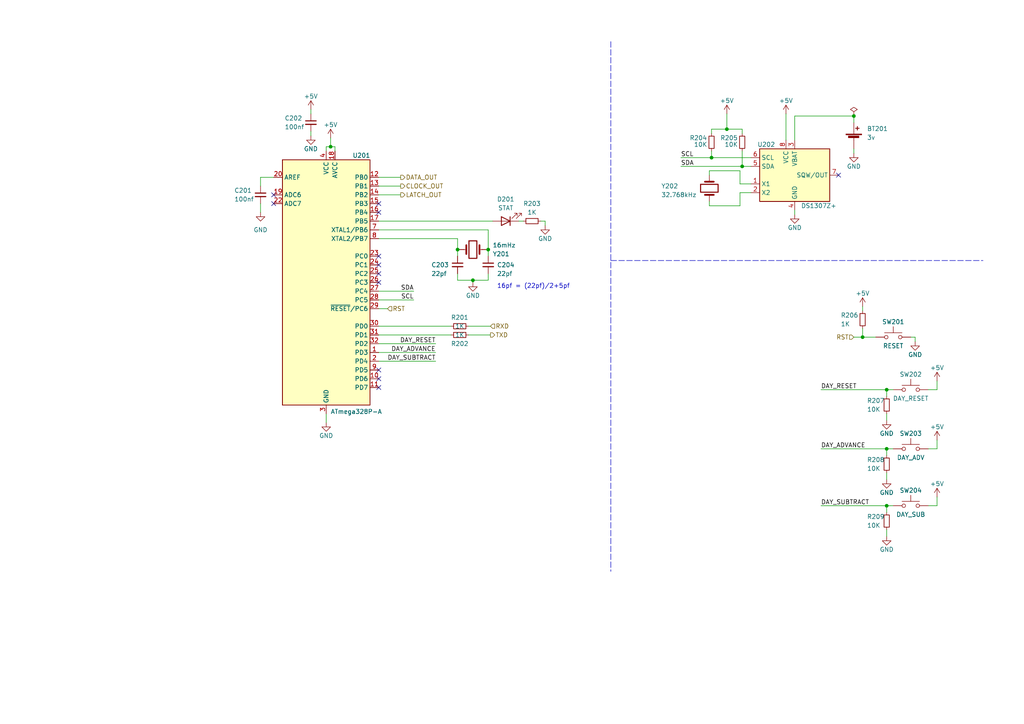
<source format=kicad_sch>
(kicad_sch (version 20211123) (generator eeschema)
  (paper "A4")
  (title_block (title "Days Without Incident Sign") (date "2022-06-24") (rev "${REVISION}") (company "FRC 1721") (comment 4 "Release: ${FULL_REVISION}"))
  (lib_symbols
    (symbol "Device:Battery_Cell" (pin_numbers hide) (pin_names (offset 0) hide)
      (property "Reference" "BT" (at 2.54 2.54 0))
      (property "Value" "Battery_Cell" (at 2.54 0 0))
      (symbol "Battery_Cell_0_1"
        (rectangle (start -2.286 1.778) (end 2.286 1.524) (fill (type outline)))
        (rectangle (start -1.5748 1.1938) (end 1.4732 0.6858) (fill (type outline)))
        (polyline (pts (xy 0 0.762) (xy 0 0)))
        (polyline (pts (xy 0 1.778) (xy 0 2.54)))
        (polyline (pts (xy 0.508 3.429) (xy 1.524 3.429)) (stroke (width 0.254)))
        (polyline (pts (xy 1.016 3.937) (xy 1.016 2.921)) (stroke (width 0.254)))
      )
      (symbol "Battery_Cell_1_1"
        (pin passive line (at 0 5.08 270) (length 2.54) (name "+") (number "1"))
        (pin passive line (at 0 -2.54 90) (length 2.54) (name "-") (number "2"))
      )
    )
    (symbol "Device:C_Small" (pin_numbers hide) (pin_names (offset 0.254) hide)
      (property "Reference" "C" (at 0.254 1.778 0))
      (property "Value" "C_Small" (at 0.254 -2.032 0))
      (symbol "C_Small_0_1"
        (polyline (pts (xy -1.524 -0.508) (xy 1.524 -0.508)) (stroke (width 0.3302)))
        (polyline (pts (xy -1.524 0.508) (xy 1.524 0.508)) (stroke (width 0.3048)))
      )
      (symbol "C_Small_1_1"
        (pin passive line (at 0 2.54 270) (length 2.032) (name "~") (number "1"))
        (pin passive line (at 0 -2.54 90) (length 2.032) (name "~") (number "2"))
      )
    )
    (symbol "Device:Crystal" (pin_numbers hide) (pin_names (offset 1.016) hide)
      (property "Reference" "Y" (at 0 3.81 0))
      (property "Value" "Crystal" (at 0 -3.81 0))
      (symbol "Crystal_0_1"
        (rectangle (start -1.143 2.54) (end 1.143 -2.54) (stroke (width 0.3048)))
        (polyline (pts (xy -2.54 0) (xy -1.905 0)))
        (polyline (pts (xy -1.905 -1.27) (xy -1.905 1.27)) (stroke (width 0.508)))
        (polyline (pts (xy 1.905 -1.27) (xy 1.905 1.27)) (stroke (width 0.508)))
        (polyline (pts (xy 2.54 0) (xy 1.905 0)))
      )
      (symbol "Crystal_1_1"
        (pin passive line (at -3.81 0 0) (length 1.27) (name "1") (number "1"))
        (pin passive line (at 3.81 0 180) (length 1.27) (name "2") (number "2"))
      )
    )
    (symbol "Device:LED" (pin_numbers hide) (pin_names (offset 1.016) hide)
      (property "Reference" "D" (at 0 2.54 0))
      (property "Value" "LED" (at 0 -2.54 0))
      (symbol "LED_0_1"
        (polyline (pts (xy -1.27 -1.27) (xy -1.27 1.27)) (stroke (width 0.254)))
        (polyline (pts (xy -1.27 0) (xy 1.27 0)))
        (polyline (pts (xy 1.27 -1.27) (xy 1.27 1.27) (xy -1.27 0) (xy 1.27 -1.27)) (stroke (width 0.254)))
        (polyline (pts (xy -3.048 -0.762) (xy -4.572 -2.286) (xy -3.81 -2.286) (xy -4.572 -2.286) (xy -4.572 -1.524)))
        (polyline (pts (xy -1.778 -0.762) (xy -3.302 -2.286) (xy -2.54 -2.286) (xy -3.302 -2.286) (xy -3.302 -1.524)))
      )
      (symbol "LED_1_1"
        (pin passive line (at -3.81 0 0) (length 2.54) (name "K") (number "1"))
        (pin passive line (at 3.81 0 180) (length 2.54) (name "A") (number "2"))
      )
    )
    (symbol "Device:R_Small" (pin_numbers hide) (pin_names (offset 0.254) hide)
      (property "Reference" "R" (at 0.762 0.508 0))
      (property "Value" "R_Small" (at 0.762 -1.016 0))
      (symbol "R_Small_0_1"
        (rectangle (start -0.762 1.778) (end 0.762 -1.778) (stroke (width 0.2032)))
      )
      (symbol "R_Small_1_1"
        (pin passive line (at 0 2.54 270) (length 0.762) (name "~") (number "1"))
        (pin passive line (at 0 -2.54 90) (length 0.762) (name "~") (number "2"))
      )
    )
    (symbol "MCU_Microchip_ATmega:ATmega328P-A"
      (property "Reference" "U" (at -12.7 36.83 0))
      (property "Value" "ATmega328P-A" (at 2.54 -36.83 0))
      (symbol "ATmega328P-A_0_1"
        (rectangle (start -12.7 -35.56) (end 12.7 35.56) (stroke (width 0.254)) (fill (type background)))
      )
      (symbol "ATmega328P-A_1_1"
        (pin bidirectional line (at 15.24 -20.32 180) (length 2.54) (name "PD3") (number "1"))
        (pin bidirectional line (at 15.24 -27.94 180) (length 2.54) (name "PD6") (number "10"))
        (pin bidirectional line (at 15.24 -30.48 180) (length 2.54) (name "PD7") (number "11"))
        (pin bidirectional line (at 15.24 30.48 180) (length 2.54) (name "PB0") (number "12"))
        (pin bidirectional line (at 15.24 27.94 180) (length 2.54) (name "PB1") (number "13"))
        (pin bidirectional line (at 15.24 25.4 180) (length 2.54) (name "PB2") (number "14"))
        (pin bidirectional line (at 15.24 22.86 180) (length 2.54) (name "PB3") (number "15"))
        (pin bidirectional line (at 15.24 20.32 180) (length 2.54) (name "PB4") (number "16"))
        (pin bidirectional line (at 15.24 17.78 180) (length 2.54) (name "PB5") (number "17"))
        (pin power_in line (at 2.54 38.1 270) (length 2.54) (name "AVCC") (number "18"))
        (pin input line (at -15.24 25.4 0) (length 2.54) (name "ADC6") (number "19"))
        (pin bidirectional line (at 15.24 -22.86 180) (length 2.54) (name "PD4") (number "2"))
        (pin passive line (at -15.24 30.48 0) (length 2.54) (name "AREF") (number "20"))
        (pin passive line (at 0 -38.1 90) (length 2.54) hide (name "GND") (number "21"))
        (pin input line (at -15.24 22.86 0) (length 2.54) (name "ADC7") (number "22"))
        (pin bidirectional line (at 15.24 7.62 180) (length 2.54) (name "PC0") (number "23"))
        (pin bidirectional line (at 15.24 5.08 180) (length 2.54) (name "PC1") (number "24"))
        (pin bidirectional line (at 15.24 2.54 180) (length 2.54) (name "PC2") (number "25"))
        (pin bidirectional line (at 15.24 0 180) (length 2.54) (name "PC3") (number "26"))
        (pin bidirectional line (at 15.24 -2.54 180) (length 2.54) (name "PC4") (number "27"))
        (pin bidirectional line (at 15.24 -5.08 180) (length 2.54) (name "PC5") (number "28"))
        (pin bidirectional line (at 15.24 -7.62 180) (length 2.54) (name "~{RESET}/PC6") (number "29"))
        (pin power_in line (at 0 -38.1 90) (length 2.54) (name "GND") (number "3"))
        (pin bidirectional line (at 15.24 -12.7 180) (length 2.54) (name "PD0") (number "30"))
        (pin bidirectional line (at 15.24 -15.24 180) (length 2.54) (name "PD1") (number "31"))
        (pin bidirectional line (at 15.24 -17.78 180) (length 2.54) (name "PD2") (number "32"))
        (pin power_in line (at 0 38.1 270) (length 2.54) (name "VCC") (number "4"))
        (pin passive line (at 0 -38.1 90) (length 2.54) hide (name "GND") (number "5"))
        (pin passive line (at 0 38.1 270) (length 2.54) hide (name "VCC") (number "6"))
        (pin bidirectional line (at 15.24 15.24 180) (length 2.54) (name "XTAL1/PB6") (number "7"))
        (pin bidirectional line (at 15.24 12.7 180) (length 2.54) (name "XTAL2/PB7") (number "8"))
        (pin bidirectional line (at 15.24 -25.4 180) (length 2.54) (name "PD5") (number "9"))
      )
    )
    (symbol "Switch:SW_Push" (pin_numbers hide) (pin_names (offset 1.016) hide)
      (property "Reference" "SW" (at 1.27 2.54 0))
      (property "Value" "SW_Push" (at 0 -1.524 0))
      (symbol "SW_Push_0_1"
        (circle (center -2.032 0) (radius 0.508))
        (polyline (pts (xy 0 1.27) (xy 0 3.048)))
        (polyline (pts (xy 2.54 1.27) (xy -2.54 1.27)))
        (circle (center 2.032 0) (radius 0.508))
        (pin passive line (at -5.08 0 0) (length 2.54) (name "1") (number "1"))
        (pin passive line (at 5.08 0 180) (length 2.54) (name "2") (number "2"))
      )
    )
    (symbol "Timer_RTC:DS1307Z+"
      (property "Reference" "U" (at -8.89 8.89 0))
      (property "Value" "DS1307Z+" (at 1.27 8.89 0))
      (symbol "DS1307Z+_0_1"
        (rectangle (start -10.16 7.62) (end 10.16 -7.62) (stroke (width 0.254)) (fill (type background)))
      )
      (symbol "DS1307Z+_1_1"
        (pin input line (at -12.7 -2.54 0) (length 2.54) (name "X1") (number "1"))
        (pin input line (at -12.7 -5.08 0) (length 2.54) (name "X2") (number "2"))
        (pin power_in line (at 0 10.16 270) (length 2.54) (name "VBAT") (number "3"))
        (pin power_in line (at 0 -10.16 90) (length 2.54) (name "GND") (number "4"))
        (pin bidirectional line (at -12.7 2.54 0) (length 2.54) (name "SDA") (number "5"))
        (pin input line (at -12.7 5.08 0) (length 2.54) (name "SCL") (number "6"))
        (pin open_collector line (at 12.7 0 180) (length 2.54) (name "SQW/OUT") (number "7"))
        (pin power_in line (at -2.54 10.16 270) (length 2.54) (name "VCC") (number "8"))
      )
    )
    (symbol "power:+5V" (power) (pin_names (offset 0))
      (property "Value" "+5V" (at 0 3.556 0))
      (symbol "+5V_0_1"
        (polyline (pts (xy -0.762 1.27) (xy 0 2.54)))
        (polyline (pts (xy 0 0) (xy 0 2.54)))
        (polyline (pts (xy 0 2.54) (xy 0.762 1.27)))
      )
      (symbol "+5V_1_1"
        (pin power_in line (at 0 0 90) (length 0) hide (name "+5V") (number "1"))
      )
    )
    (symbol "power:GND" (power) (pin_names (offset 0))
      (property "Value" "GND" (at 0 -3.81 0))
      (symbol "GND_0_1"
        (polyline (pts (xy 0 0) (xy 0 -1.27) (xy 1.27 -1.27) (xy 0 -2.54) (xy -1.27 -1.27) (xy 0 -1.27)))
      )
      (symbol "GND_1_1"
        (pin power_in line (at 0 0 270) (length 0) hide (name "GND") (number "1"))
      )
    )
    (symbol "power:PWR_FLAG" (power) (pin_numbers hide) (pin_names (offset 0) hide)
      (property "Value" "PWR_FLAG" (at 0 3.81 0))
      (symbol "PWR_FLAG_0_0"
        (pin power_out line (at 0 0 90) (length 0) (name "pwr") (number "1"))
      )
      (symbol "PWR_FLAG_0_1"
        (polyline (pts (xy 0 0) (xy 0 1.27) (xy -1.016 1.905) (xy 0 2.54) (xy 1.016 1.905) (xy 0 1.27)))
      )
    )
  )
  (junction (at 250.19 97.79))
  (junction (at 141.605 72.39))
  (junction (at 210.82 37.465))
  (junction (at 215.265 48.26))
  (junction (at 257.175 113.03))
  (junction (at 257.175 146.685))
  (junction (at 95.885 42.545))
  (junction (at 247.65 33.655))
  (junction (at 257.175 130.175))
  (junction (at 132.715 72.39))
  (junction (at 137.16 81.28))
  (junction (at 206.375 45.72))
  (no_connect (at 109.855 107.315))
  (no_connect (at 109.855 81.915))
  (no_connect (at 79.375 59.055))
  (no_connect (at 109.855 61.595))
  (no_connect (at 109.855 109.855))
  (no_connect (at 109.855 76.835))
  (no_connect (at 109.855 112.395))
  (no_connect (at 109.855 74.295))
  (no_connect (at 109.855 79.375))
  (no_connect (at 79.375 56.515))
  (no_connect (at 109.855 59.055))
  (no_connect (at 243.205 50.8))
  (wire (pts (xy 197.485 45.72) (xy 206.375 45.72)))
  (wire (pts (xy 214.63 53.34) (xy 217.805 53.34)))
  (wire (pts (xy 217.805 55.88) (xy 214.63 55.88)))
  (wire (pts (xy 214.63 59.69) (xy 205.74 59.69)))
  (wire (pts (xy 150.495 64.135) (xy 151.765 64.135)))
  (wire (pts (xy 75.565 59.055) (xy 75.565 61.595)))
  (wire (pts (xy 215.265 43.815) (xy 215.265 48.26)))
  (wire (pts (xy 97.155 42.545) (xy 95.885 42.545)))
  (wire (pts (xy 257.175 146.685) (xy 259.08 146.685)))
  (wire (pts (xy 210.82 37.465) (xy 215.265 37.465)))
  (wire (pts (xy 132.715 72.39) (xy 133.35 72.39)))
  (wire (pts (xy 205.74 59.69) (xy 205.74 58.42)))
  (wire (pts (xy 257.175 130.175) (xy 257.175 132.08)))
  (wire (pts (xy 205.74 49.53) (xy 214.63 49.53)))
  (wire (pts (xy 75.565 51.435) (xy 75.565 53.975)))
  (wire (pts (xy 250.19 88.9) (xy 250.19 90.17)))
  (wire (pts (xy 109.855 97.155) (xy 130.81 97.155)))
  (wire (pts (xy 206.375 37.465) (xy 206.375 38.735)))
  (wire (pts (xy 116.205 51.435) (xy 109.855 51.435)))
  (wire (pts (xy 250.19 97.79) (xy 247.65 97.79)))
  (wire (pts (xy 120.015 86.995) (xy 109.855 86.995)))
  (wire (pts (xy 215.265 38.735) (xy 215.265 37.465)))
  (wire (pts (xy 271.78 113.03) (xy 269.24 113.03)))
  (wire (pts (xy 141.605 72.39) (xy 141.605 66.675)))
  (wire (pts (xy 126.365 104.775) (xy 109.855 104.775)))
  (wire (pts (xy 141.605 72.39) (xy 141.605 74.295)))
  (wire (pts (xy 238.125 113.03) (xy 257.175 113.03)))
  (wire (pts (xy 97.155 43.815) (xy 97.155 42.545)))
  (wire (pts (xy 271.78 127.635) (xy 271.78 130.175)))
  (wire (pts (xy 210.82 37.465) (xy 210.82 33.02)))
  (wire (pts (xy 206.375 37.465) (xy 210.82 37.465)))
  (wire (pts (xy 257.175 113.03) (xy 259.08 113.03)))
  (wire (pts (xy 230.505 40.64) (xy 230.505 33.655)))
  (wire (pts (xy 257.175 113.03) (xy 257.175 114.935)))
  (wire (pts (xy 197.485 48.26) (xy 215.265 48.26)))
  (wire (pts (xy 109.855 69.215) (xy 132.715 69.215)))
  (wire (pts (xy 94.615 42.545) (xy 94.615 43.815)))
  (wire (pts (xy 132.715 72.39) (xy 132.715 74.295)))
  (wire (pts (xy 206.375 45.72) (xy 217.805 45.72)))
  (wire (pts (xy 132.715 81.28) (xy 137.16 81.28)))
  (wire (pts (xy 257.175 120.015) (xy 257.175 121.92)))
  (wire (pts (xy 271.78 130.175) (xy 269.24 130.175)))
  (wire (pts (xy 257.175 130.175) (xy 259.08 130.175)))
  (wire (pts (xy 158.115 65.405) (xy 158.115 64.135)))
  (wire (pts (xy 116.205 53.975) (xy 109.855 53.975)))
  (wire (pts (xy 132.715 79.375) (xy 132.715 81.28)))
  (wire (pts (xy 257.175 146.685) (xy 257.175 148.59)))
  (wire (pts (xy 230.505 33.655) (xy 247.65 33.655)))
  (wire (pts (xy 158.115 64.135) (xy 156.845 64.135)))
  (wire (pts (xy 132.715 69.215) (xy 132.715 72.39)))
  (wire (pts (xy 271.78 146.685) (xy 269.24 146.685)))
  (wire (pts (xy 109.855 94.615) (xy 130.81 94.615)))
  (wire (pts (xy 95.885 40.005) (xy 95.885 42.545)))
  (wire (pts (xy 227.965 33.02) (xy 227.965 40.64)))
  (wire (pts (xy 140.97 72.39) (xy 141.605 72.39)))
  (wire (pts (xy 257.175 153.67) (xy 257.175 155.575)))
  (wire (pts (xy 90.17 38.1) (xy 90.17 39.37)))
  (wire (pts (xy 109.855 64.135) (xy 142.875 64.135)))
  (wire (pts (xy 247.65 44.45) (xy 247.65 43.18)))
  (wire (pts (xy 205.74 50.8) (xy 205.74 49.53)))
  (wire (pts (xy 238.125 146.685) (xy 257.175 146.685)))
  (wire (pts (xy 90.17 31.75) (xy 90.17 33.02)))
  (wire (pts (xy 126.365 102.235) (xy 109.855 102.235)))
  (wire (pts (xy 230.505 60.96) (xy 230.505 62.23)))
  (wire (pts (xy 238.125 130.175) (xy 257.175 130.175)))
  (wire (pts (xy 206.375 43.815) (xy 206.375 45.72)))
  (wire (pts (xy 120.015 84.455) (xy 109.855 84.455)))
  (wire (pts (xy 254 97.79) (xy 250.19 97.79)))
  (wire (pts (xy 265.43 97.79) (xy 264.16 97.79)))
  (polyline (pts (xy 177.165 12.065) (xy 177.165 165.735)))
  (wire (pts (xy 126.365 99.695) (xy 109.855 99.695)))
  (wire (pts (xy 95.885 42.545) (xy 94.615 42.545)))
  (polyline (pts (xy 177.165 75.565) (xy 285.115 75.565)))
  (wire (pts (xy 94.615 120.015) (xy 94.615 122.555)))
  (wire (pts (xy 214.63 49.53) (xy 214.63 53.34)))
  (wire (pts (xy 135.89 94.615) (xy 142.24 94.615)))
  (wire (pts (xy 135.89 97.155) (xy 142.24 97.155)))
  (wire (pts (xy 79.375 51.435) (xy 75.565 51.435)))
  (wire (pts (xy 257.175 137.16) (xy 257.175 139.065)))
  (wire (pts (xy 141.605 81.28) (xy 141.605 79.375)))
  (wire (pts (xy 247.65 33.655) (xy 247.65 35.56)))
  (wire (pts (xy 271.78 144.145) (xy 271.78 146.685)))
  (wire (pts (xy 137.16 81.28) (xy 141.605 81.28)))
  (wire (pts (xy 214.63 55.88) (xy 214.63 59.69)))
  (wire (pts (xy 215.265 48.26) (xy 217.805 48.26)))
  (wire (pts (xy 265.43 99.06) (xy 265.43 97.79)))
  (wire (pts (xy 116.205 56.515) (xy 109.855 56.515)))
  (wire (pts (xy 109.855 66.675) (xy 141.605 66.675)))
  (wire (pts (xy 271.78 110.49) (xy 271.78 113.03)))
  (wire (pts (xy 137.16 81.28) (xy 137.16 81.915)))
  (wire (pts (xy 250.19 97.79) (xy 250.19 95.25)))
  (wire (pts (xy 112.395 89.535) (xy 109.855 89.535)))
  (text "16pf = (22pf)/2+5pf" (at 144.145 83.82 0) (effects (font (size 1.27 1.27)) (justify left bottom)))
  (label "DAY_RESET" (at 238.125 113.03 0))
  (label "SCL" (at 120.015 86.995 180))
  (label "SDA" (at 120.015 84.455 180))
  (label "DAY_ADVANCE" (at 238.125 130.175 0))
  (label "SCL" (at 197.485 45.72 0))
  (label "DAY_ADVANCE" (at 126.365 102.235 180))
  (label "DAY_SUBTRACT" (at 238.125 146.685 0))
  (label "SDA" (at 197.485 48.26 0))
  (label "DAY_RESET" (at 126.365 99.695 180))
  (label "DAY_SUBTRACT" (at 126.365 104.775 180))
  (hierarchical_label "RST" (shape input) (at 112.395 89.535 0))
  (hierarchical_label "RST" (shape input) (at 247.65 97.79 180))
  (hierarchical_label "RXD" (shape input) (at 142.24 94.615 0))
  (hierarchical_label "CLOCK_OUT" (shape output) (at 116.205 53.975 0))
  (hierarchical_label "DATA_OUT" (shape output) (at 116.205 51.435 0))
  (hierarchical_label "LATCH_OUT" (shape output) (at 116.205 56.515 0))
  (hierarchical_label "TXD" (shape output) (at 142.24 97.155 0))
  (symbol (lib_id "power:+5V") (at 271.78 127.635 0) (unit 1)
    (property "Reference" "#PWR0218" (effects hide))
    (property "Value" "+5V" (at 271.78 123.825 0))
  )
  (symbol (lib_id "Device:R_Small") (at 133.35 97.155 90) (unit 1)
    (property "Reference" "R202" (at 133.35 99.695 90))
    (property "Value" "1K" (at 133.35 97.155 90))
    (property "Footprint" "Resistor_SMD:R_0805_2012Metric" (effects hide))
  )
  (symbol (lib_id "Switch:SW_Push") (at 264.16 130.175 0) (unit 1)
    (property "Reference" "SW203" (at 264.16 125.73 0))
    (property "Value" "DAY_ADV" (at 264.16 132.715 0))
    (property "Footprint" "Button_Switch_THT:SW_PUSH_6mm_H5mm" (effects hide))
  )
  (symbol (lib_id "power:GND") (at 94.615 122.555 0) (unit 1)
    (property "Reference" "#PWR0204" (effects hide))
    (property "Value" "GND" (at 94.615 126.365 0))
  )
  (symbol (lib_id "power:GND") (at 247.65 44.45 0) (unit 1)
    (property "Reference" "#PWR0211" (effects hide))
    (property "Value" "GND" (at 247.65 48.26 0))
  )
  (symbol (lib_id "Device:Battery_Cell") (at 247.65 40.64 0) (unit 1)
    (property "Reference" "BT201" (at 251.46 37.3379 0) (effects (justify left)))
    (property "Value" "3v" (at 251.46 39.8779 0) (effects (justify left)))
    (property "Footprint" "Battery:BatteryHolder_Keystone_3034_1x20mm" (effects hide))
  )
  (symbol (lib_id "power:+5V") (at 271.78 144.145 0) (unit 1)
    (property "Reference" "#PWR0219" (effects hide))
    (property "Value" "+5V" (at 271.78 140.335 0))
  )
  (symbol (lib_id "power:GND") (at 137.16 81.915 0) (unit 1)
    (property "Reference" "#PWR0206" (effects hide))
    (property "Value" "GND" (at 137.16 85.725 0))
  )
  (symbol (lib_id "Device:R_Small") (at 257.175 134.62 0) (unit 1)
    (property "Reference" "R208" (at 251.46 133.35 0) (effects (justify left)))
    (property "Value" "10K" (at 251.46 135.89 0) (effects (justify left)))
    (property "Footprint" "Resistor_SMD:R_0805_2012Metric" (effects hide))
  )
  (symbol (lib_id "power:+5V") (at 227.965 33.02 0) (unit 1)
    (property "Reference" "#PWR0209" (effects hide))
    (property "Value" "+5V" (at 227.965 29.21 0))
  )
  (symbol (lib_id "Timer_RTC:DS1307Z+") (at 230.505 50.8 0) (unit 1)
    (property "Reference" "U202" (at 222.25 41.91 0))
    (property "Value" "DS1307Z+" (at 237.49 59.69 0))
    (property "Footprint" "Package_SO:SOIC-8_3.9x4.9mm_P1.27mm" (effects hide))
    (property "Datasheet" "https://datasheets.maximintegrated.com/en/ds/DS1307.pdf" (effects hide))
  )
  (symbol (lib_id "Device:R_Small") (at 257.175 151.13 0) (unit 1)
    (property "Reference" "R209" (at 251.46 149.86 0) (effects (justify left)))
    (property "Value" "10K" (at 251.46 152.4 0) (effects (justify left)))
    (property "Footprint" "Resistor_SMD:R_0805_2012Metric" (effects hide))
  )
  (symbol (lib_id "Device:LED") (at 146.685 64.135 180) (unit 1)
    (property "Reference" "D201" (at 146.685 57.785 0))
    (property "Value" "STAT" (at 146.685 60.325 0))
    (property "Footprint" "LED_SMD:LED_0805_2012Metric" (effects hide))
  )
  (symbol (lib_id "power:+5V") (at 90.17 31.75 0) (unit 1)
    (property "Reference" "#PWR0202" (effects hide))
    (property "Value" "+5V" (at 90.17 27.94 0))
  )
  (symbol (lib_id "MCU_Microchip_ATmega:ATmega328P-A") (at 94.615 81.915 0) (unit 1)
    (property "Reference" "U201" (at 102.235 45.085 0) (effects (justify left)))
    (property "Value" "ATmega328P-A" (at 95.885 119.38 0) (effects (justify left)))
    (property "Footprint" "Package_QFP:TQFP-32_7x7mm_P0.8mm" (effects hide))
    (property "Datasheet" "http://ww1.microchip.com/downloads/en/DeviceDoc/ATmega328_P%20AVR%20MCU%20with%20picoPower%20Technology%20Data%20Sheet%2040001984A.pdf" (effects hide))
  )
  (symbol (lib_id "Device:R_Small") (at 250.19 92.71 0) (unit 1)
    (property "Reference" "R206" (at 243.84 91.44 0) (effects (justify left)))
    (property "Value" "1K" (at 243.84 93.98 0) (effects (justify left)))
    (property "Footprint" "Resistor_SMD:R_0805_2012Metric" (effects hide))
  )
  (symbol (lib_id "power:GND") (at 230.505 62.23 0) (unit 1)
    (property "Reference" "#PWR0210" (effects hide))
    (property "Value" "GND" (at 230.505 66.04 0))
  )
  (symbol (lib_id "Device:C_Small") (at 90.17 35.56 0) (unit 1)
    (property "Reference" "C202" (at 82.55 34.29 0) (effects (justify left)))
    (property "Value" "100nf" (at 82.55 36.83 0) (effects (justify left)))
    (property "Footprint" "Capacitor_SMD:C_0805_2012Metric" (effects hide))
  )
  (symbol (lib_id "Device:C_Small") (at 141.605 76.835 0) (unit 1)
    (property "Reference" "C204" (at 144.145 76.835 0) (effects (justify left)))
    (property "Value" "22pf" (at 144.145 79.375 0) (effects (justify left)))
    (property "Footprint" "Capacitor_SMD:C_0805_2012Metric" (effects hide))
  )
  (symbol (lib_id "Device:R_Small") (at 133.35 94.615 90) (unit 1)
    (property "Reference" "R201" (at 133.35 92.075 90))
    (property "Value" "1K" (at 133.35 94.615 90))
    (property "Footprint" "Resistor_SMD:R_0805_2012Metric" (effects hide))
  )
  (symbol (lib_id "Switch:SW_Push") (at 264.16 146.685 0) (unit 1)
    (property "Reference" "SW204" (at 264.16 142.24 0))
    (property "Value" "DAY_SUB" (at 264.16 149.225 0))
    (property "Footprint" "Button_Switch_THT:SW_PUSH_6mm_H5mm" (effects hide))
  )
  (symbol (lib_id "power:GND") (at 265.43 99.06 0) (unit 1)
    (property "Reference" "#PWR0216" (effects hide))
    (property "Value" "GND" (at 265.43 102.87 0))
  )
  (symbol (lib_id "power:+5V") (at 250.19 88.9 0) (unit 1)
    (property "Reference" "#PWR0212" (effects hide))
    (property "Value" "+5V" (at 250.19 85.09 0))
  )
  (symbol (lib_id "Device:R_Small") (at 154.305 64.135 270) (unit 1)
    (property "Reference" "R203" (at 154.305 59.055 90))
    (property "Value" "1K" (at 154.305 61.595 90))
    (property "Footprint" "Resistor_SMD:R_0805_2012Metric" (effects hide))
  )
  (symbol (lib_id "power:+5V") (at 271.78 110.49 0) (unit 1)
    (property "Reference" "#PWR0217" (effects hide))
    (property "Value" "+5V" (at 271.78 106.68 0))
  )
  (symbol (lib_id "Device:C_Small") (at 132.715 76.835 0) (unit 1)
    (property "Reference" "C203" (at 125.095 76.835 0) (effects (justify left)))
    (property "Value" "22pf" (at 125.095 79.375 0) (effects (justify left)))
    (property "Footprint" "Capacitor_SMD:C_0805_2012Metric" (effects hide))
  )
  (symbol (lib_id "Switch:SW_Push") (at 259.08 97.79 0) (unit 1)
    (property "Reference" "SW201" (at 259.08 93.345 0))
    (property "Value" "RESET" (at 259.08 100.33 0))
    (property "Footprint" "Button_Switch_THT:SW_PUSH_6mm_H5mm" (effects hide))
  )
  (symbol (lib_id "Device:R_Small") (at 257.175 117.475 0) (unit 1)
    (property "Reference" "R207" (at 251.46 116.205 0) (effects (justify left)))
    (property "Value" "10K" (at 251.46 118.745 0) (effects (justify left)))
    (property "Footprint" "Resistor_SMD:R_0805_2012Metric" (effects hide))
  )
  (symbol (lib_id "Device:Crystal") (at 137.16 72.39 180) (unit 1)
    (property "Reference" "Y201" (at 142.875 73.66 0) (effects (justify right)))
    (property "Value" "16mHz" (at 142.875 71.12 0) (effects (justify right)))
    (property "Footprint" "Crystal:Crystal_SMD_HC49-SD" (effects hide))
  )
  (symbol (lib_id "Device:C_Small") (at 75.565 56.515 0) (unit 1)
    (property "Reference" "C201" (at 67.945 55.245 0) (effects (justify left)))
    (property "Value" "100nf" (at 67.945 57.785 0) (effects (justify left)))
    (property "Footprint" "Capacitor_SMD:C_0805_2012Metric" (effects hide))
  )
  (symbol (lib_id "power:GND") (at 75.565 61.595 0) (unit 1)
    (property "Reference" "#PWR0201" (effects hide))
    (property "Value" "GND" (at 75.565 66.675 0))
  )
  (symbol (lib_id "Switch:SW_Push") (at 264.16 113.03 0) (unit 1)
    (property "Reference" "SW202" (at 264.16 108.585 0))
    (property "Value" "DAY_RESET" (at 264.16 115.57 0))
    (property "Footprint" "Button_Switch_THT:SW_PUSH_6mm_H5mm" (effects hide))
  )
  (symbol (lib_id "power:GND") (at 257.175 139.065 0) (unit 1)
    (property "Reference" "#PWR0214" (effects hide))
    (property "Value" "GND" (at 257.175 142.875 0))
  )
  (symbol (lib_id "power:GND") (at 257.175 121.92 0) (unit 1)
    (property "Reference" "#PWR0213" (effects hide))
    (property "Value" "GND" (at 257.175 125.73 0))
  )
  (symbol (lib_id "Device:Crystal") (at 205.74 54.61 90) (unit 1)
    (property "Reference" "Y202" (at 191.77 53.975 90) (effects (justify right)))
    (property "Value" "32.768kHz" (at 191.77 56.515 90) (effects (justify right)))
    (property "Footprint" "Crystal:Crystal_C38-LF_D3.0mm_L8.0mm_Horizontal" (effects hide))
  )
  (symbol (lib_id "power:PWR_FLAG") (at 247.65 33.655 0) (unit 1)
    (property "Reference" "#FLG0201" (effects hide))
    (property "Value" "PWR_FLAG" (effects hide))
  )
  (symbol (lib_id "power:GND") (at 257.175 155.575 0) (unit 1)
    (property "Reference" "#PWR0215" (effects hide))
    (property "Value" "GND" (at 257.175 159.385 0))
  )
  (symbol (lib_id "power:+5V") (at 95.885 40.005 0) (unit 1)
    (property "Reference" "#PWR0205" (effects hide))
    (property "Value" "+5V" (at 95.885 36.195 0))
  )
  (symbol (lib_id "power:GND") (at 90.17 39.37 0) (unit 1)
    (property "Reference" "#PWR0203" (effects hide))
    (property "Value" "GND" (at 90.17 43.18 0))
  )
  (symbol (lib_id "Device:R_Small") (at 206.375 41.275 0) (unit 1)
    (property "Reference" "R204" (at 202.565 40.005 0))
    (property "Value" "10K" (at 203.2 41.91 0))
    (property "Footprint" "Resistor_SMD:R_0805_2012Metric" (effects hide))
  )
  (symbol (lib_id "power:+5V") (at 210.82 33.02 0) (unit 1)
    (property "Reference" "#PWR0208" (effects hide))
    (property "Value" "+5V" (at 210.82 29.21 0))
  )
  (symbol (lib_id "Device:R_Small") (at 215.265 41.275 0) (unit 1)
    (property "Reference" "R205" (at 211.455 40.005 0))
    (property "Value" "10K" (at 212.09 41.91 0))
    (property "Footprint" "Resistor_SMD:R_0805_2012Metric" (effects hide))
  )
  (symbol (lib_id "power:GND") (at 158.115 65.405 0) (unit 1)
    (property "Reference" "#PWR0207" (effects hide))
    (property "Value" "GND" (at 158.115 69.215 0))
  )
)
</source>
